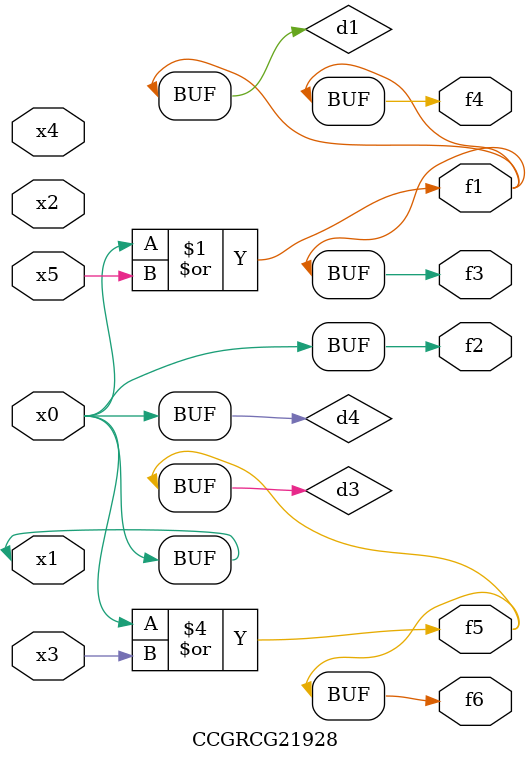
<source format=v>
module CCGRCG21928(
	input x0, x1, x2, x3, x4, x5,
	output f1, f2, f3, f4, f5, f6
);

	wire d1, d2, d3, d4;

	or (d1, x0, x5);
	xnor (d2, x1, x4);
	or (d3, x0, x3);
	buf (d4, x0, x1);
	assign f1 = d1;
	assign f2 = d4;
	assign f3 = d1;
	assign f4 = d1;
	assign f5 = d3;
	assign f6 = d3;
endmodule

</source>
